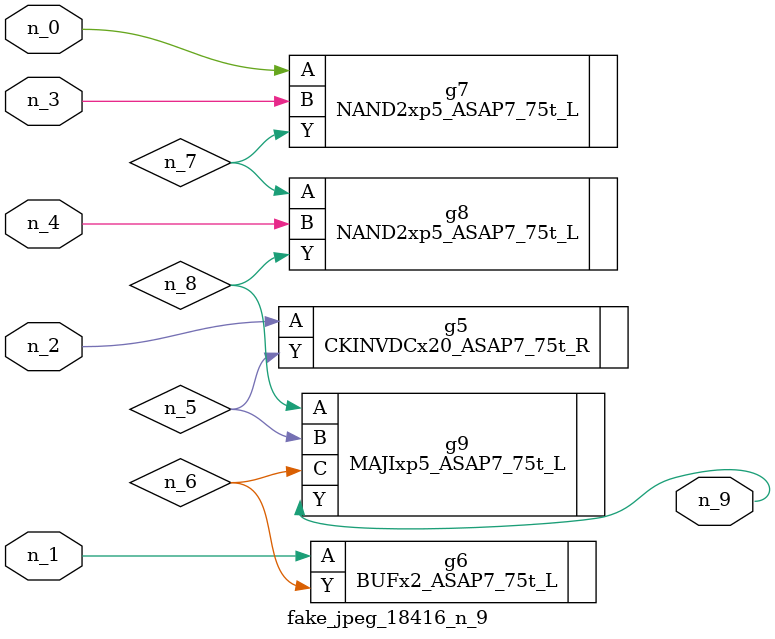
<source format=v>
module fake_jpeg_18416_n_9 (n_3, n_2, n_1, n_0, n_4, n_9);

input n_3;
input n_2;
input n_1;
input n_0;
input n_4;

output n_9;

wire n_8;
wire n_6;
wire n_5;
wire n_7;

CKINVDCx20_ASAP7_75t_R g5 ( 
.A(n_2),
.Y(n_5)
);

BUFx2_ASAP7_75t_L g6 ( 
.A(n_1),
.Y(n_6)
);

NAND2xp5_ASAP7_75t_L g7 ( 
.A(n_0),
.B(n_3),
.Y(n_7)
);

NAND2xp5_ASAP7_75t_L g8 ( 
.A(n_7),
.B(n_4),
.Y(n_8)
);

MAJIxp5_ASAP7_75t_L g9 ( 
.A(n_8),
.B(n_5),
.C(n_6),
.Y(n_9)
);


endmodule
</source>
